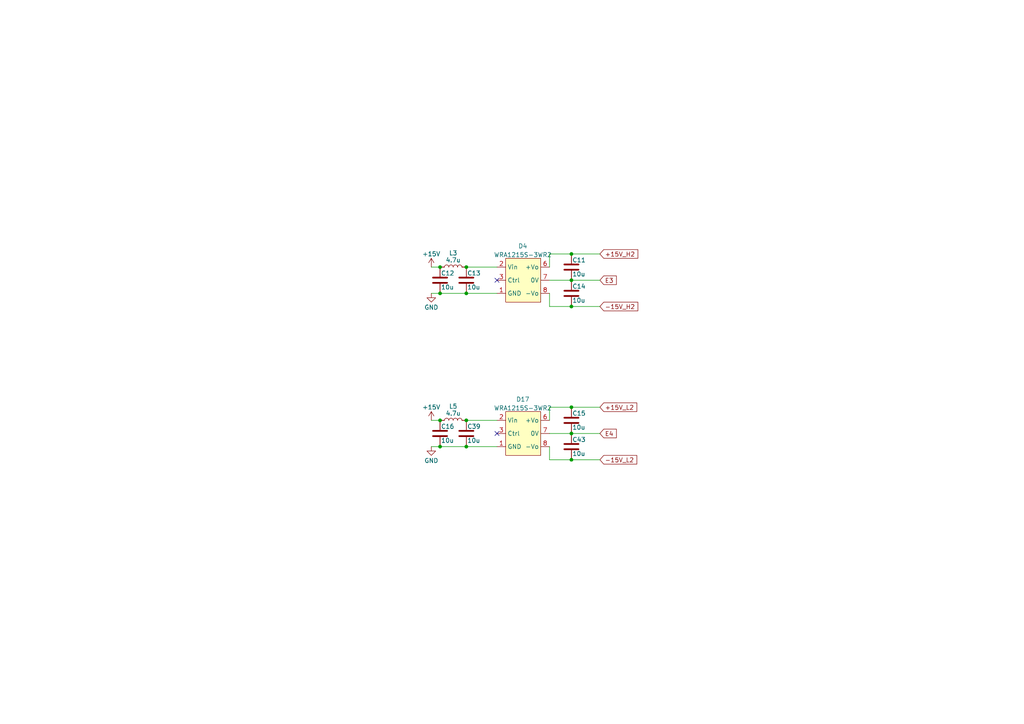
<source format=kicad_sch>
(kicad_sch (version 20231120) (generator "eeschema") (generator_version "8.0")
  (paper "A4")
  (lib_symbols
    (symbol "+15V_1" (power) (pin_names (offset 0))
      (property "Value" "+15V" (at 0 3.556 0))
      (symbol "+15V_1_0_1"
        (polyline (pts (xy -0.762 1.27) (xy 0 2.54)))
        (polyline (pts (xy 0 0) (xy 0 2.54)))
        (polyline (pts (xy 0 2.54) (xy 0.762 1.27)))
      )
      (symbol "+15V_1_1_1"
        (pin power_in line (at 0 0 90) (length 0) hide (name "+15V") (number "1"))
      )
    )
    (symbol "Device:C" (pin_numbers hide) (pin_names (offset 0.254))
      (property "Reference" "C" (at 0.635 2.54 0))
      (property "Value" "C" (at 0.635 -2.54 0))
      (symbol "C_0_1"
        (polyline (pts (xy -2.032 -0.762) (xy 2.032 -0.762)) (stroke (width 0.508)))
        (polyline (pts (xy -2.032 0.762) (xy 2.032 0.762)) (stroke (width 0.508)))
      )
      (symbol "C_1_1"
        (pin passive line (at 0 3.81 270) (length 2.794) (name "~") (number "1"))
        (pin passive line (at 0 -3.81 90) (length 2.794) (name "~") (number "2"))
      )
    )
    (symbol "Device:L" (pin_numbers hide) (pin_names (offset 1.016) hide)
      (property "Reference" "L" (at -1.27 0 90))
      (property "Value" "L" (at 1.905 0 90))
      (symbol "L_0_1"
        (arc (start 0 -2.54) (mid 0.6323 -1.905) (end 0 -1.27))
        (arc (start 0 -1.27) (mid 0.6323 -0.635) (end 0 0))
        (arc (start 0 0) (mid 0.6323 0.635) (end 0 1.27))
        (arc (start 0 1.27) (mid 0.6323 1.905) (end 0 2.54))
      )
      (symbol "L_1_1"
        (pin passive line (at 0 3.81 270) (length 1.27) (name "1") (number "1"))
        (pin passive line (at 0 -3.81 90) (length 1.27) (name "2") (number "2"))
      )
    )
    (symbol "GND_1" (power) (pin_names (offset 0))
      (property "Value" "GND" (at 0 -3.81 0))
      (symbol "GND_1_0_1"
        (polyline (pts (xy 0 0) (xy 0 -1.27) (xy 1.27 -1.27) (xy 0 -2.54) (xy -1.27 -1.27) (xy 0 -1.27)))
      )
      (symbol "GND_1_1_1"
        (pin power_in line (at 0 0 270) (length 0) hide (name "GND") (number "1"))
      )
    )
    (symbol "Morsun:WRA1215S-3WR2"
      (property "Reference" "D43" (at -0.127 3.556 0))
      (property "Value" "WRA1215S-3WR2" (at -0.127 1.016 0))
      (symbol "WRA1215S-3WR2_0_1"
        (rectangle (start -5.08 0) (end 5.08 -12.7) (fill (type background)))
      )
      (symbol "WRA1215S-3WR2_1_1"
        (pin input line (at -7.62 -10.16 0) (length 2.54) (name "GND") (number "1"))
        (pin input line (at -7.62 -2.54 0) (length 2.54) (name "Vin") (number "2"))
        (pin input line (at -7.62 -6.35 0) (length 2.54) (name "Ctrl") (number "3"))
        (pin input line (at 7.62 -2.54 180) (length 2.54) (name "+Vo") (number "6"))
        (pin input line (at 7.62 -6.35 180) (length 2.54) (name "0V") (number "7"))
        (pin input line (at 7.62 -10.16 180) (length 2.54) (name "-Vo") (number "8"))
      )
    )
    (symbol "power:+15V" (power) (pin_names (offset 0))
      (property "Value" "+15V" (at 0 3.556 0))
      (symbol "+15V_0_1"
        (polyline (pts (xy -0.762 1.27) (xy 0 2.54)))
        (polyline (pts (xy 0 0) (xy 0 2.54)))
        (polyline (pts (xy 0 2.54) (xy 0.762 1.27)))
      )
      (symbol "+15V_1_1"
        (pin power_in line (at 0 0 90) (length 0) hide (name "+15V") (number "1"))
      )
    )
    (symbol "power:GND" (power) (pin_names (offset 0))
      (property "Value" "GND" (at 0 -3.81 0))
      (symbol "GND_0_1"
        (polyline (pts (xy 0 0) (xy 0 -1.27) (xy 1.27 -1.27) (xy 0 -2.54) (xy -1.27 -1.27) (xy 0 -1.27)))
      )
      (symbol "GND_1_1"
        (pin power_in line (at 0 0 270) (length 0) hide (name "GND") (number "1"))
      )
    )
  )
  (junction (at 165.735 73.66))
  (junction (at 165.735 88.9))
  (junction (at 135.255 129.54))
  (junction (at 165.735 133.35))
  (junction (at 135.255 77.47))
  (junction (at 165.735 125.73))
  (junction (at 165.735 81.28))
  (junction (at 127.635 77.47))
  (junction (at 127.635 85.09))
  (junction (at 135.255 85.09))
  (junction (at 135.255 121.92))
  (junction (at 127.635 129.54))
  (junction (at 165.735 118.11))
  (junction (at 127.635 121.92))
  (no_connect (at 144.145 81.28))
  (no_connect (at 144.145 125.73))
  (wire (pts (xy 159.385 118.11) (xy 159.385 121.92)))
  (wire (pts (xy 165.735 125.73) (xy 173.99 125.73)))
  (wire (pts (xy 159.385 125.73) (xy 165.735 125.73)))
  (wire (pts (xy 159.385 129.54) (xy 159.385 133.35)))
  (wire (pts (xy 135.255 121.92) (xy 144.145 121.92)))
  (wire (pts (xy 159.385 81.28) (xy 165.735 81.28)))
  (wire (pts (xy 127.635 129.54) (xy 135.255 129.54)))
  (wire (pts (xy 125.095 121.92) (xy 127.635 121.92)))
  (wire (pts (xy 165.735 88.9) (xy 173.99 88.9)))
  (wire (pts (xy 165.735 73.66) (xy 173.99 73.66)))
  (wire (pts (xy 135.255 129.54) (xy 144.145 129.54)))
  (wire (pts (xy 135.255 77.47) (xy 144.145 77.47)))
  (wire (pts (xy 159.385 88.9) (xy 165.735 88.9)))
  (wire (pts (xy 159.385 133.35) (xy 165.735 133.35)))
  (wire (pts (xy 165.735 118.11) (xy 173.99 118.11)))
  (wire (pts (xy 125.095 85.09) (xy 127.635 85.09)))
  (wire (pts (xy 159.385 73.66) (xy 165.735 73.66)))
  (wire (pts (xy 159.385 118.11) (xy 165.735 118.11)))
  (wire (pts (xy 127.635 85.09) (xy 135.255 85.09)))
  (wire (pts (xy 125.095 77.47) (xy 127.635 77.47)))
  (wire (pts (xy 165.735 133.35) (xy 173.99 133.35)))
  (wire (pts (xy 125.095 129.54) (xy 127.635 129.54)))
  (wire (pts (xy 135.255 85.09) (xy 144.145 85.09)))
  (wire (pts (xy 165.735 81.28) (xy 173.99 81.28)))
  (wire (pts (xy 159.385 73.66) (xy 159.385 77.47)))
  (wire (pts (xy 159.385 85.09) (xy 159.385 88.9)))
  (global_label "-15V_H2" (shape input) (at 173.99 88.9 0) (property "Intersheetrefs" "${INTERSHEET_REFS}" (effects (hide yes))))
  (global_label "E4" (shape input) (at 173.99 125.73 0) (property "Intersheetrefs" "${INTERSHEET_REFS}" (effects (hide yes))))
  (global_label "-15V_L2" (shape input) (at 173.99 133.35 0) (property "Intersheetrefs" "${INTERSHEET_REFS}" (effects (hide yes))))
  (global_label "E3" (shape input) (at 173.99 81.28 0) (property "Intersheetrefs" "${INTERSHEET_REFS}" (effects (hide yes))))
  (global_label "+15V_L2" (shape input) (at 173.99 118.11 0) (property "Intersheetrefs" "${INTERSHEET_REFS}" (effects (hide yes))))
  (global_label "+15V_H2" (shape input) (at 173.99 73.66 0) (property "Intersheetrefs" "${INTERSHEET_REFS}" (effects (hide yes))))
  (symbol (lib_id "Device:C") (at 165.735 129.54 0) (unit 1)
    (property "Reference" "C43" (at 165.989 127.508 0) (effects (justify left)))
    (property "Value" "10u" (at 165.989 131.572 0) (effects (justify left)))
    (property "Footprint" "Capacitor_SMD:C_1210_3225Metric_Pad1.33x2.70mm_HandSolder" (effects (hide yes)))
  )
  (symbol (lib_id "Device:L") (at 131.445 121.92 90) (unit 1)
    (property "Reference" "L5" (at 131.445 117.856 90))
    (property "Value" "4.7u" (at 131.445 119.888 90))
    (property "Footprint" "Inductor_SMD:L_1812_4532Metric_Pad1.30x3.40mm_HandSolder" (effects (hide yes)))
    (property "Description" "LQH32MN470K" (effects (hide yes)))
  )
  (symbol (lib_id "Morsun:WRA1215S-3WR2") (at 151.765 119.38 0) (unit 1)
    (property "Reference" "D17" (at 151.638 115.824 0))
    (property "Value" "WRA1215S-3WR2" (at 151.638 118.364 0))
    (property "Footprint" "Mornsun:WRA_S-3WR2" (effects (hide yes)))
  )
  (symbol (lib_id "Device:C") (at 135.255 125.73 0) (unit 1)
    (property "Reference" "C39" (at 135.509 123.698 0) (effects (justify left)))
    (property "Value" "10u" (at 135.509 127.762 0) (effects (justify left)))
    (property "Footprint" "Capacitor_SMD:C_1210_3225Metric_Pad1.33x2.70mm_HandSolder" (effects (hide yes)))
  )
  (symbol (lib_id "Device:C") (at 165.735 77.47 0) (unit 1)
    (property "Reference" "C11" (at 165.989 75.438 0) (effects (justify left)))
    (property "Value" "10u" (at 165.989 79.502 0) (effects (justify left)))
    (property "Footprint" "Capacitor_SMD:C_1210_3225Metric_Pad1.33x2.70mm_HandSolder" (effects (hide yes)))
  )
  (symbol (lib_id "Device:C") (at 165.735 85.09 0) (unit 1)
    (property "Reference" "C14" (at 165.989 83.058 0) (effects (justify left)))
    (property "Value" "10u" (at 165.989 87.122 0) (effects (justify left)))
    (property "Footprint" "Capacitor_SMD:C_1210_3225Metric_Pad1.33x2.70mm_HandSolder" (effects (hide yes)))
  )
  (symbol (lib_id "power:+15V") (at 125.095 121.92 0) (unit 1)
    (property "Reference" "#PWR055" (effects (hide yes)))
    (property "Value" "+15V" (at 125.095 118.11 0))
  )
  (symbol (lib_id "power:GND") (at 125.095 85.09 0) (unit 1)
    (property "Reference" "#PWR09" (effects (hide yes)))
    (property "Value" "GND" (at 123.063 89.154 0) (effects (justify left)))
  )
  (symbol (lib_id "Morsun:WRA1215S-3WR2") (at 151.765 74.93 0) (unit 1)
    (property "Reference" "D4" (at 151.638 71.374 0))
    (property "Value" "WRA1215S-3WR2" (at 151.638 73.914 0))
    (property "Footprint" "Mornsun:WRA_S-3WR2" (effects (hide yes)))
  )
  (symbol (lib_name "+15V_1") (lib_id "power:+15V") (at 125.095 77.47 0) (unit 1)
    (property "Reference" "#PWR07" (effects (hide yes)))
    (property "Value" "+15V" (at 125.095 73.66 0))
  )
  (symbol (lib_id "Device:C") (at 127.635 81.28 0) (unit 1)
    (property "Reference" "C12" (at 127.889 79.248 0) (effects (justify left)))
    (property "Value" "10u" (at 127.889 83.312 0) (effects (justify left)))
    (property "Footprint" "Capacitor_SMD:C_1210_3225Metric_Pad1.33x2.70mm_HandSolder" (effects (hide yes)))
  )
  (symbol (lib_id "Device:C") (at 135.255 81.28 0) (unit 1)
    (property "Reference" "C13" (at 135.509 79.248 0) (effects (justify left)))
    (property "Value" "10u" (at 135.509 83.312 0) (effects (justify left)))
    (property "Footprint" "Capacitor_SMD:C_1210_3225Metric_Pad1.33x2.70mm_HandSolder" (effects (hide yes)))
  )
  (symbol (lib_id "Device:L") (at 131.445 77.47 90) (unit 1)
    (property "Reference" "L3" (at 131.445 73.406 90))
    (property "Value" "4.7u" (at 131.445 75.438 90))
    (property "Footprint" "Inductor_SMD:L_1812_4532Metric_Pad1.30x3.40mm_HandSolder" (effects (hide yes)))
    (property "Description" "LQH32MN470K" (effects (hide yes)))
  )
  (symbol (lib_id "Device:C") (at 165.735 121.92 0) (unit 1)
    (property "Reference" "C15" (at 165.989 119.888 0) (effects (justify left)))
    (property "Value" "10u" (at 165.989 123.952 0) (effects (justify left)))
    (property "Footprint" "Capacitor_SMD:C_1210_3225Metric_Pad1.33x2.70mm_HandSolder" (effects (hide yes)))
  )
  (symbol (lib_name "GND_1") (lib_id "power:GND") (at 125.095 129.54 0) (unit 1)
    (property "Reference" "#PWR056" (effects (hide yes)))
    (property "Value" "GND" (at 123.063 133.604 0) (effects (justify left)))
  )
  (symbol (lib_id "Device:C") (at 127.635 125.73 0) (unit 1)
    (property "Reference" "C16" (at 127.889 123.698 0) (effects (justify left)))
    (property "Value" "10u" (at 127.889 127.762 0) (effects (justify left)))
    (property "Footprint" "Capacitor_SMD:C_1210_3225Metric_Pad1.33x2.70mm_HandSolder" (effects (hide yes)))
  )
)
</source>
